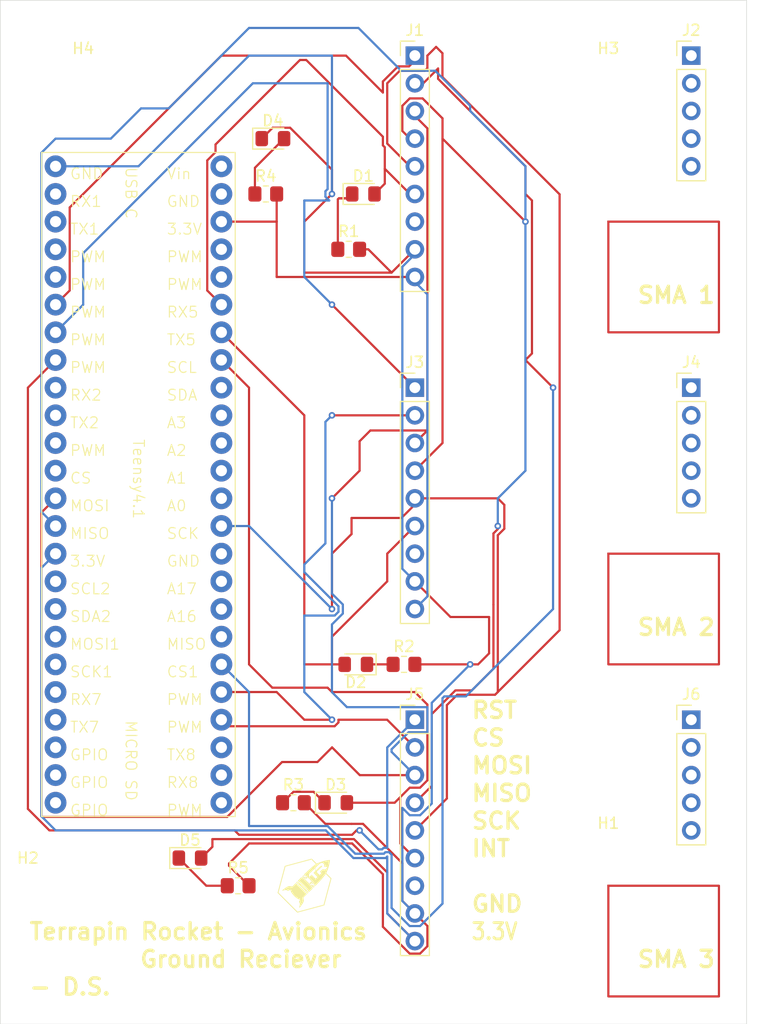
<source format=kicad_pcb>
(kicad_pcb (version 20221018) (generator pcbnew)
  (layers (0 "F.Cu" signal) (31 "B.Cu" signal) (34 "B.Paste" user) (35 "F.Paste" user) (36 "B.SilkS" user "B.Silkscreen") (37 "F.SilkS" user "F.Silkscreen") (38 "B.Mask" user) (39 "F.Mask" user) (44 "Edge.Cuts" user))
  (net 0 "")
  (net 1 "/RST1")
  (net 2 "/CS1")
  (net 3 "/MOSI")
  (net 4 "/MISO")
  (net 5 "/SCK")
  (net 6 "/INT1")
  (net 8 "/GND")
  (net 9 "/3.3V A")
  (net 19 "/RST2")
  (net 20 "/CS2")
  (net 21 "/INT2")
  (net 26 "/RST3")
  (net 27 "/CS3")
  (net 28 "/3.3V B")
  (net 41 "/INT3")
  (net 67 "Net-(D1-K)")
  (net 68 "Net-(D2-K)")
  (net 69 "Net-(D3-K)")
  (net 70 "Net-(D4-A)")
  (net 71 "Net-(D5-K)")
  (footprint "Connector_PinHeader_2.54mm:PinHeader_1x09_P2.54mm_Vertical" (layer "F.Cu") (at 151.19 85.09)
    (fp_text reference "J3" (at 0 -2.33) (layer "F.SilkS"))
    (fp_text value "Conn_01x09_Pin")
    (pad "1" thru_hole rect (at 0 0) (size 1.7 1.7) (drill 1) (layers "*.Cu" "*.Mask") (net 19 "/RST2"))
    (pad "2" thru_hole oval (at 0 2.54) (size 1.7 1.7) (drill 1) (layers "*.Cu" "*.Mask") (net 20 "/CS2"))
    (pad "3" thru_hole oval (at 0 5.08) (size 1.7 1.7) (drill 1) (layers "*.Cu" "*.Mask") (net 3 "/MOSI"))
    (pad "4" thru_hole oval (at 0 7.62) (size 1.7 1.7) (drill 1) (layers "*.Cu" "*.Mask") (net 4 "/MISO"))
    (pad "5" thru_hole oval (at 0 10.16) (size 1.7 1.7) (drill 1) (layers "*.Cu" "*.Mask") (net 5 "/SCK"))
    (pad "6" thru_hole oval (at 0 12.7) (size 1.7 1.7) (drill 1) (layers "*.Cu" "*.Mask") (net 21 "/INT2"))
    (pad "7" thru_hole oval (at 0 15.24) (size 1.7 1.7) (drill 1) (layers "*.Cu" "*.Mask"))
    (pad "8" thru_hole oval (at 0 17.78) (size 1.7 1.7) (drill 1) (layers "*.Cu" "*.Mask") (net 8 "/GND"))
    (pad "9" thru_hole oval (at 0 20.32) (size 1.7 1.7) (drill 1) (layers "*.Cu" "*.Mask") (net 9 "/3.3V A"))
  )
  (footprint "Resistor_SMD:R_0805_2012Metric_Pad1.20x1.40mm_HandSolder" (layer "F.Cu") (at 150.19 110.49)
    (fp_text reference "R2" (at 0 -1.65) (layer "F.SilkS"))
    (fp_text value "1000")
    (pad "1" smd roundrect (at -1 0) (size 1.2 1.4) (layers "F.Cu" "F.Paste" "F.Mask") (roundrect_rratio 0.208333) (net 68 "Net-(D2-K)"))
    (pad "2" smd roundrect (at 1 0) (size 1.2 1.4) (layers "F.Cu" "F.Paste" "F.Mask") (roundrect_rratio 0.208333) (net 8 "/GND"))
  )
  (footprint "MountingHole:MountingHole_2.1mm" (layer "F.Cu") (at 168.97 128.27)
    (fp_text reference "H1" (at 0 -3.2) (layer "F.SilkS"))
    (fp_text value "MountingHole")
    (pad "" np_thru_hole circle (at 0 0) (size 2.1 2.1) (drill 2.1) (layers "*.Cu" "*.Mask"))
  )
  (footprint "Resistor_SMD:R_0805_2012Metric_Pad1.20x1.40mm_HandSolder" (layer "F.Cu") (at 137.49 67.31)
    (fp_text reference "R4" (at 0 -1.65) (layer "F.SilkS"))
    (fp_text value "1000")
    (pad "1" smd roundrect (at -1 0) (size 1.2 1.4) (layers "F.Cu" "F.Paste" "F.Mask") (roundrect_rratio 0.208333) (net 70 "Net-(D4-A)"))
    (pad "2" smd roundrect (at 1 0) (size 1.2 1.4) (layers "F.Cu" "F.Paste" "F.Mask") (roundrect_rratio 0.208333) (net 9 "/3.3V A"))
  )
  (footprint "MountingHole:MountingHole_2.1mm" (layer "F.Cu") (at 120.71 57.15)
    (fp_text reference "H4" (at 0 -3.2) (layer "F.SilkS"))
    (fp_text value "MountingHole")
    (pad "" np_thru_hole circle (at 0 0) (size 2.1 2.1) (drill 2.1) (layers "*.Cu" "*.Mask"))
  )
  (footprint "Connector_PinHeader_2.54mm:PinHeader_1x05_P2.54mm_Vertical" (layer "F.Cu") (at 176.59 54.61)
    (fp_text reference "J2" (at 0 -2.33) (layer "F.SilkS"))
    (fp_text value "Conn_01x05_Pin")
    (pad "1" thru_hole rect (at 0 0) (size 1.7 1.7) (drill 1) (layers "*.Cu" "*.Mask"))
    (pad "2" thru_hole oval (at 0 2.54) (size 1.7 1.7) (drill 1) (layers "*.Cu" "*.Mask"))
    (pad "3" thru_hole oval (at 0 5.08) (size 1.7 1.7) (drill 1) (layers "*.Cu" "*.Mask"))
    (pad "4" thru_hole oval (at 0 7.62) (size 1.7 1.7) (drill 1) (layers "*.Cu" "*.Mask"))
    (pad "5" thru_hole oval (at 0 10.16) (size 1.7 1.7) (drill 1) (layers "*.Cu" "*.Mask"))
  )
  (footprint "Breakout Boards:Teensy_4.1" (layer "F.Cu") (at 125.79 93.98)
    (fp_text reference "Teensy4.1" (at 0 -0.5 -90 unlocked) (layer "F.SilkS") (effects (font (thickness 0.1))))
    (fp_text value "~")
    (fp_text user "A0" (at 2.54 2.54 unlocked) (layer "F.SilkS") (effects (font (thickness 0.1)) (justify left bottom)))
    (fp_text user "PWM" (at 2.54 -20.32 unlocked) (layer "F.SilkS") (effects (font (thickness 0.1)) (justify left bottom)))
    (fp_text user "SCL" (at 2.54 -10.16 unlocked) (layer "F.SilkS") (effects (font (thickness 0.1)) (justify left bottom)))
    (fp_text user "RX1" (at -6.35 -25.4 unlocked) (layer "F.SilkS") (effects (font (thickness 0.1)) (justify left bottom)))
    (fp_text user "TX7" (at -6.35 22.86 unlocked) (layer "F.SilkS") (effects (font (thickness 0.1)) (justify left bottom)))
    (fp_text user "PWM" (at 2.54 22.86 unlocked) (layer "F.SilkS") (effects (font (thickness 0.1)) (justify left bottom)))
    (fp_text user "A1" (at 2.54 0 unlocked) (layer "F.SilkS") (effects (font (thickness 0.1)) (justify left bottom)))
    (fp_text user "GPIO" (at -6.35 30.48 unlocked) (layer "F.SilkS") (effects (font (thickness 0.1)) (justify left bottom)))
    (fp_text user "GPIO" (at -6.35 27.94 unlocked) (layer "F.SilkS") (effects (font (thickness 0.1)) (justify left bottom)))
    (fp_text user "MICRO SD" (at -1.27 21.59 -90 unlocked) (layer "F.SilkS") (effects (font (thickness 0.1)) (justify left bottom)))
    (fp_text user "A17" (at 2.54 10.16 unlocked) (layer "F.SilkS") (effects (font (thickness 0.1)) (justify left bottom)))
    (fp_text user "3.3V" (at 2.54 -22.86 unlocked) (layer "F.SilkS") (effects (font (thickness 0.1)) (justify left bottom)))
    (fp_text user "PWM" (at -6.35 -15.24 unlocked) (layer "F.SilkS") (effects (font (thickness 0.1)) (justify left bottom)))
    (fp_text user "MISO" (at -6.35 5.08 unlocked) (layer "F.SilkS") (effects (font (thickness 0.1)) (justify left bottom)))
    (fp_text user "GND" (at 2.54 7.62 unlocked) (layer "F.SilkS") (effects (font (thickness 0.1)) (justify left bottom)))
    (fp_text user "RX7" (at -6.35 20.32 unlocked) (layer "F.SilkS") (effects (font (thickness 0.1)) (justify left bottom)))
    (fp_text user "PWM" (at 2.54 30.48 unlocked) (layer "F.SilkS") (effects (font (thickness 0.1)) (justify left bottom)))
    (fp_text user "A16" (at 2.54 12.7 unlocked) (layer "F.SilkS") (effects (font (thickness 0.1)) (justify left bottom)))
    (fp_text user "SDA" (at 2.54 -7.62 unlocked) (layer "F.SilkS") (effects (font (thickness 0.1)) (justify left bottom)))
    (fp_text user "PWM" (at 2.54 20.32 unlocked) (layer "F.SilkS") (effects (font (thickness 0.1)) (justify left bottom)))
    (fp_text user "PWM" (at -6.35 -12.7 unlocked) (layer "F.SilkS") (effects (font (thickness 0.1)) (justify left bottom)))
    (fp_text user "Vin" (at 2.54 -27.94 unlocked) (layer "F.SilkS") (effects (font (thickness 0.1)) (justify left bottom)))
    (fp_text user "RX8" (at 2.54 27.94 unlocked) (layer "F.SilkS") (effects (font (thickness 0.1)) (justify left bottom)))
    (fp_text user "GPIO" (at -6.35 25.4 unlocked) (layer "F.SilkS") (effects (font (thickness 0.1)) (justify left bottom)))
    (fp_text user "MOSI1" (at -6.35 15.24 unlocked) (layer "F.SilkS") (effects (font (thickness 0.1)) (justify left bottom)))
    (fp_text user "PWM" (at 2.54 -17.78 unlocked) (layer "F.SilkS") (effects (font (thickness 0.1)) (justify left bottom)))
    (fp_text user "MISO" (at 2.54 15.24 unlocked) (layer "F.SilkS") (effects (font (thickness 0.1)) (justify left bottom)))
    (fp_text user "TX8" (at 2.54 25.4 unlocked) (layer "F.SilkS") (effects (font (thickness 0.1)) (justify left bottom)))
    (fp_text user "PWM" (at -6.35 -10.16 unlocked) (layer "F.SilkS") (effects (font (thickness 0.1)) (justify left bottom)))
    (fp_text user "TX1" (at -6.35 -22.86 unlocked) (layer "F.SilkS") (effects (font (thickness 0.1)) (justify left bottom)))
    (fp_text user "SDA2" (at -6.35 12.7 unlocked) (layer "F.SilkS") (effects (font (thickness 0.1)) (justify left bottom)))
    (fp_text user "TX5" (at 2.54 -12.7 unlocked) (layer "F.SilkS") (effects (font (thickness 0.1)) (justify left bottom)))
    (fp_text user "USB C" (at -1.27 -29.21 -90 unlocked) (layer "F.SilkS") (effects (font (thickness 0.1)) (justify left bottom)))
    (fp_text user "PWM" (at -6.35 -20.32 unlocked) (layer "F.SilkS") (effects (font (thickness 0.1)) (justify left bottom)))
    (fp_text user "CS1" (at 2.54 17.78 unlocked) (layer "F.SilkS") (effects (font (thickness 0.1)) (justify left bottom)))
    (fp_text user "PWM" (at -6.35 -2.54 unlocked) (layer "F.SilkS") (effects (font (thickness 0.1)) (justify left bottom)))
    (fp_text user "A2" (at 2.54 -2.54 unlocked) (layer "F.SilkS") (effects (font (thickness 0.1)) (justify left bottom)))
    (fp_text user "SCK1" (at -6.35 17.78 unlocked) (layer "F.SilkS") (effects (font (thickness 0.1)) (justify left bottom)))
    (fp_text user "TX2" (at -6.35 -5.08 unlocked) (layer "F.SilkS") (effects (font (thickness 0.1)) (justify left bottom)))
    (fp_text user "A3" (at 2.54 -5.08 unlocked) (layer "F.SilkS") (effects (font (thickness 0.1)) (justify left bottom)))
    (fp_text user "RX2" (at -6.35 -7.62 unlocked) (layer "F.SilkS") (effects (font (thickness 0.1)) (justify left bottom)))
    (fp_text user "PWM" (at -6.35 -17.78 unlocked) (layer "F.SilkS") (effects (font (thickness 0.1)) (justify left bottom)))
    (fp_text user "SCL2" (at -6.35 10.16 unlocked) (layer "F.SilkS") (effects (font (thickness 0.1)) (justify left bottom)))
    (fp_text user "RX5" (at 2.54 -15.24 unlocked) (layer "F.SilkS") (effects (font (thickness 0.1)) (justify left bottom)))
    (fp_text user "GND" (at 2.54 -25.4 unlocked) (layer "F.SilkS") (effects (font (thickness 0.1)) (justify left bottom)))
    (fp_text user "GND" (at -6.35 -27.94 unlocked) (layer "F.SilkS") (effects (font (thickness 0.1)) (justify left bottom)))
    (fp_text user "SCK" (at 2.54 5.08 unlocked) (layer "F.SilkS") (effects (font (thickness 0.1)) (justify left bottom)))
    (fp_text user "CS" (at -6.35 0 unlocked) (layer "F.SilkS") (effects (font (thickness 0.1)) (justify left bottom)))
    (fp_text user "MOSI" (at -6.35 2.54 unlocked) (layer "F.SilkS") (effects (font (thickness 0.1)) (justify left bottom)))
    (fp_text user "3.3V" (at -6.35 7.62 unlocked) (layer "F.SilkS") (effects (font (thickness 0.1)) (justify left bottom)))
    (pad "0" thru_hole circle (at -7.62 -29.21) (size 2 2) (drill 1.02) (layers "*.Cu" "*.Mask") (net 8 "/GND"))
    (pad "1" thru_hole circle (at -7.62 -26.67) (size 2 2) (drill 1.02) (layers "*.Cu" "*.Mask"))
    (pad "2" thru_hole circle (at -7.62 -24.13) (size 2 2) (drill 1.02) (layers "*.Cu" "*.Mask"))
    (pad "3" thru_hole circle (at -7.62 -21.59) (size 2 2) (drill 1.02) (layers "*.Cu" "*.Mask"))
    (pad "4" thru_hole circle (at -7.62 -19.05) (size 2 2) (drill 1.02) (layers "*.Cu" "*.Mask"))
    (pad "5" thru_hole circle (at -7.62 -16.51) (size 2 2) (drill 1.02) (layers "*.Cu" "*.Mask") (net 1 "/RST1"))
    (pad "6" thru_hole circle (at -7.62 -13.97) (size 2 2) (drill 1.02) (layers "*.Cu" "*.Mask") (net 19 "/RST2"))
    (pad "7" thru_hole circle (at -7.62 -11.43) (size 2 2) (drill 1.02) (layers "*.Cu" "*.Mask") (net 26 "/RST3"))
    (pad "8" thru_hole circle (at -7.62 -8.89) (size 2 2) (drill 1.02) (layers "*.Cu" "*.Mask"))
    (pad "9" thru_hole circle (at -7.62 -6.35) (size 2 2) (drill 1.02) (layers "*.Cu" "*.Mask"))
    (pad "10" thru_hole circle (at -7.62 -3.81) (size 2 2) (drill 1.02) (layers "*.Cu" "*.Mask"))
    (pad "11" thru_hole circle (at -7.62 -1.27) (size 2 2) (drill 1.02) (layers "*.Cu" "*.Mask"))
    (pad "12" thru_hole circle (at -7.62 1.27) (size 2 2) (drill 1.02) (layers "*.Cu" "*.Mask") (net 3 "/MOSI"))
    (pad "13" thru_hole circle (at -7.62 3.81) (size 2 2) (drill 1.02) (layers "*.Cu" "*.Mask") (net 4 "/MISO"))
    (pad "14" thru_hole circle (at -7.62 6.35) (size 2 2) (drill 1.02) (layers "*.Cu" "*.Mask") (net 28 "/3.3V B"))
    (pad "15" thru_hole circle (at -7.62 8.89) (size 2 2) (drill 1.02) (layers "*.Cu" "*.Mask"))
    (pad "16" thru_hole circle (at -7.62 11.43) (size 2 2) (drill 1.02) (layers "*.Cu" "*.Mask"))
    (pad "17" thru_hole circle (at -7.62 13.97) (size 2 2) (drill 1.02) (layers "*.Cu" "*.Mask"))
    (pad "18" thru_hole circle (at -7.62 16.51) (size 2 2) (drill 1.02) (layers "*.Cu" "*.Mask"))
    (pad "19" thru_hole circle (at -7.62 19.05) (size 2 2) (drill 1.02) (layers "*.Cu" "*.Mask"))
    (pad "20" thru_hole circle (at -7.62 21.59) (size 2 2) (drill 1.02) (layers "*.Cu" "*.Mask"))
    (pad "21" thru_hole circle (at -7.62 24.13) (size 2 2) (drill 1.02) (layers "*.Cu" "*.Mask"))
    (pad "22" thru_hole circle (at -7.62 26.67) (size 2 2) (drill 1.02) (layers "*.Cu" "*.Mask"))
    (pad "23" thru_hole circle (at -7.62 29.21) (size 2 2) (drill 1.02) (layers "*.Cu" "*.Mask"))
    (pad "24" thru_hole circle (at 7.62 29.21) (size 2 2) (drill 1.02) (layers "*.Cu" "*.Mask"))
    (pad "25" thru_hole circle (at 7.62 26.67) (size 2 2) (drill 1.02) (layers "*.Cu" "*.Mask"))
    (pad "26" thru_hole circle (at 7.62 24.13) (size 2 2) (drill 1.02) (layers "*.Cu" "*.Mask"))
    (pad "27" thru_hole circle (at 7.62 21.59) (size 2 2) (drill 1.02) (layers "*.Cu" "*.Mask") (net 27 "/CS3"))
    (pad "28" thru_hole circle (at 7.62 19.05) (size 2 2) (drill 1.02) (layers "*.Cu" "*.Mask") (net 20 "/CS2"))
    (pad "29" thru_hole circle (at 7.62 16.51) (size 2 2) (drill 1.02) (layers "*.Cu" "*.Mask") (net 2 "/CS1"))
    (pad "30" thru_hole circle (at 7.62 13.97) (size 2 2) (drill 1.02) (layers "*.Cu" "*.Mask"))
    (pad "31" thru_hole circle (at 7.62 11.43) (size 2 2) (drill 1.02) (layers "*.Cu" "*.Mask"))
    (pad "32" thru_hole circle (at 7.62 8.89) (size 2 2) (drill 1.02) (layers "*.Cu" "*.Mask"))
    (pad "33" thru_hole circle (at 7.62 6.35) (size 2 2) (drill 1.02) (layers "*.Cu" "*.Mask"))
    (pad "34" thru_hole circle (at 7.62 3.81) (size 2 2) (drill 1.02) (layers "*.Cu" "*.Mask") (net 5 "/SCK"))
    (pad "35" thru_hole circle (at 7.62 1.27) (size 2 2) (drill 1.02) (layers "*.Cu" "*.Mask"))
    (pad "36" thru_hole circle (at 7.62 -1.27) (size 2 2) (drill 1.02) (layers "*.Cu" "*.Mask"))
    (pad "37" thru_hole circle (at 7.62 -3.81) (size 2 2) (drill 1.02) (layers "*.Cu" "*.Mask"))
    (pad "38" thru_hole circle (at 7.62 -6.35) (size 2 2) (drill 1.02) (layers "*.Cu" "*.Mask"))
    (pad "39" thru_hole circle (at 7.62 -8.89) (size 2 2) (drill 1.02) (layers "*.Cu" "*.Mask"))
    (pad "40" thru_hole circle (at 7.62 -11.43) (size 2 2) (drill 1.02) (layers "*.Cu" "*.Mask") (net 41 "/INT3"))
    (pad "41" thru_hole circle (at 7.62 -13.97) (size 2 2) (drill 1.02) (layers "*.Cu" "*.Mask") (net 21 "/INT2"))
    (pad "42" thru_hole circle (at 7.62 -16.51) (size 2 2) (drill 1.02) (layers "*.Cu" "*.Mask") (net 6 "/INT1"))
    (pad "43" thru_hole circle (at 7.62 -19.05) (size 2 2) (drill 1.02) (layers "*.Cu" "*.Mask"))
    (pad "44" thru_hole circle (at 7.62 -21.59) (size 2 2) (drill 1.02) (layers "*.Cu" "*.Mask"))
    (pad "45" thru_hole circle (at 7.62 -24.13) (size 2 2) (drill 1.02) (layers "*.Cu" "*.Mask") (net 9 "/3.3V A"))
    (pad "46" thru_hole circle (at 7.62 -26.67) (size 2 2) (drill 1.02) (layers "*.Cu" "*.Mask"))
    (pad "47" thru_hole circle (at 7.62 -29.21) (size 2 2) (drill 1.02) (layers "*.Cu" "*.Mask"))
  )
  (footprint "Connector_PinHeader_2.54mm:PinHeader_1x09_P2.54mm_Vertical" (layer "F.Cu") (at 151.19 115.57)
    (fp_text reference "J5" (at 0 -2.33) (layer "F.SilkS"))
    (fp_text value "Conn_01x09_Pin")
    (pad "1" thru_hole rect (at 0 0) (size 1.7 1.7) (drill 1) (layers "*.Cu" "*.Mask") (net 26 "/RST3"))
    (pad "2" thru_hole oval (at 0 2.54) (size 1.7 1.7) (drill 1) (layers "*.Cu" "*.Mask") (net 27 "/CS3"))
    (pad "3" thru_hole oval (at 0 5.08) (size 1.7 1.7) (drill 1) (layers "*.Cu" "*.Mask") (net 3 "/MOSI"))
    (pad "4" thru_hole oval (at 0 7.62) (size 1.7 1.7) (drill 1) (layers "*.Cu" "*.Mask") (net 4 "/MISO"))
    (pad "5" thru_hole oval (at 0 10.16) (size 1.7 1.7) (drill 1) (layers "*.Cu" "*.Mask") (net 5 "/SCK"))
    (pad "6" thru_hole oval (at 0 12.7) (size 1.7 1.7) (drill 1) (layers "*.Cu" "*.Mask") (net 41 "/INT3"))
    (pad "7" thru_hole oval (at 0 15.24) (size 1.7 1.7) (drill 1) (layers "*.Cu" "*.Mask"))
    (pad "8" thru_hole oval (at 0 17.78) (size 1.7 1.7) (drill 1) (layers "*.Cu" "*.Mask") (net 8 "/GND"))
    (pad "9" thru_hole oval (at 0 20.32) (size 1.7 1.7) (drill 1) (layers "*.Cu" "*.Mask") (net 28 "/3.3V B"))
  )
  (footprint "LED_SMD:LED_0805_2012Metric_Pad1.15x1.40mm_HandSolder" (layer "F.Cu") (at 143.915 123.19)
    (fp_text reference "D3" (at 0 -1.65) (layer "F.SilkS"))
    (fp_text value "LED")
    (pad "1" smd roundrect (at -1.025 0) (size 1.15 1.4) (layers "F.Cu" "F.Paste" "F.Mask") (roundrect_rratio 0.217391) (net 69 "Net-(D3-K)"))
    (pad "2" smd roundrect (at 1.025 0) (size 1.15 1.4) (layers "F.Cu" "F.Paste" "F.Mask") (roundrect_rratio 0.217391) (net 41 "/INT3"))
  )
  (footprint "MountingHole:MountingHole_2.1mm" (layer "F.Cu") (at 168.97 57.15)
    (fp_text reference "H3" (at 0 -3.2) (layer "F.SilkS"))
    (fp_text value "MountingHole")
    (pad "" np_thru_hole circle (at 0 0) (size 2.1 2.1) (drill 2.1) (layers "*.Cu" "*.Mask"))
  )
  (footprint "LED_SMD:LED_0805_2012Metric_Pad1.15x1.40mm_HandSolder" (layer "F.Cu") (at 138.145 62.23)
    (fp_text reference "D4" (at 0 -1.65) (layer "F.SilkS"))
    (fp_text value "LED")
    (pad "1" smd roundrect (at -1.025 0) (size 1.15 1.4) (layers "F.Cu" "F.Paste" "F.Mask") (roundrect_rratio 0.217391) (net 8 "/GND"))
    (pad "2" smd roundrect (at 1.025 0) (size 1.15 1.4) (layers "F.Cu" "F.Paste" "F.Mask") (roundrect_rratio 0.217391) (net 70 "Net-(D4-A)"))
  )
  (footprint "Resistor_SMD:R_0805_2012Metric_Pad1.20x1.40mm_HandSolder" (layer "F.Cu") (at 140.03 123.19)
    (fp_text reference "R3" (at 0 -1.65) (layer "F.SilkS"))
    (fp_text value "1000")
    (pad "1" smd roundrect (at -1 0) (size 1.2 1.4) (layers "F.Cu" "F.Paste" "F.Mask") (roundrect_rratio 0.208333) (net 69 "Net-(D3-K)"))
    (pad "2" smd roundrect (at 1 0) (size 1.2 1.4) (layers "F.Cu" "F.Paste" "F.Mask") (roundrect_rratio 0.208333) (net 8 "/GND"))
  )
  (footprint "LED_SMD:LED_0805_2012Metric_Pad1.15x1.40mm_HandSolder" (layer "F.Cu") (at 145.765 110.49 180)
    (fp_text reference "D2" (at 0 -1.65 180) (layer "F.SilkS"))
    (fp_text value "LED")
    (pad "1" smd roundrect (at -1.025 0 180) (size 1.15 1.4) (layers "F.Cu" "F.Paste" "F.Mask") (roundrect_rratio 0.217391) (net 68 "Net-(D2-K)"))
    (pad "2" smd roundrect (at 1.025 0 180) (size 1.15 1.4) (layers "F.Cu" "F.Paste" "F.Mask") (roundrect_rratio 0.217391) (net 21 "/INT2"))
  )
  (footprint "LED_SMD:LED_0805_2012Metric_Pad1.15x1.40mm_HandSolder" (layer "F.Cu") (at 146.455 67.31)
    (fp_text reference "D1" (at 0 -1.65) (layer "F.SilkS"))
    (fp_text value "LED")
    (pad "1" smd roundrect (at -1.025 0) (size 1.15 1.4) (layers "F.Cu" "F.Paste" "F.Mask") (roundrect_rratio 0.217391) (net 67 "Net-(D1-K)"))
    (pad "2" smd roundrect (at 1.025 0) (size 1.15 1.4) (layers "F.Cu" "F.Paste" "F.Mask") (roundrect_rratio 0.217391) (net 6 "/INT1"))
  )
  (footprint "Resistor_SMD:R_0805_2012Metric_Pad1.20x1.40mm_HandSolder" (layer "F.Cu") (at 145.11 72.39)
    (fp_text reference "R1" (at 0 -1.65) (layer "F.SilkS"))
    (fp_text value "1000")
    (pad "1" smd roundrect (at -1 0) (size 1.2 1.4) (layers "F.Cu" "F.Paste" "F.Mask") (roundrect_rratio 0.208333) (net 67 "Net-(D1-K)"))
    (pad "2" smd roundrect (at 1 0) (size 1.2 1.4) (layers "F.Cu" "F.Paste" "F.Mask") (roundrect_rratio 0.208333) (net 8 "/GND"))
  )
  (footprint "Resistor_SMD:R_0805_2012Metric_Pad1.20x1.40mm_HandSolder" (layer "F.Cu") (at 134.95 130.81)
    (fp_text reference "R5" (at 0 -1.65) (layer "F.SilkS"))
    (fp_text value "1000")
    (pad "1" smd roundrect (at -1 0) (size 1.2 1.4) (layers "F.Cu" "F.Paste" "F.Mask") (roundrect_rratio 0.208333) (net 71 "Net-(D5-K)"))
    (pad "2" smd roundrect (at 1 0) (size 1.2 1.4) (layers "F.Cu" "F.Paste" "F.Mask") (roundrect_rratio 0.208333) (net 8 "/GND"))
  )
  (footprint "Connector_PinHeader_2.54mm:PinHeader_1x05_P2.54mm_Vertical" (layer "F.Cu") (at 176.59 115.57)
    (fp_text reference "J6" (at 0 -2.33) (layer "F.SilkS"))
    (fp_text value "Conn_01x05_Pin")
    (pad "1" thru_hole rect (at 0 0) (size 1.7 1.7) (drill 1) (layers "*.Cu" "*.Mask"))
    (pad "2" thru_hole oval (at 0 2.54) (size 1.7 1.7) (drill 1) (layers "*.Cu" "*.Mask"))
    (pad "3" thru_hole oval (at 0 5.08) (size 1.7 1.7) (drill 1) (layers "*.Cu" "*.Mask"))
    (pad "4" thru_hole oval (at 0 7.62) (size 1.7 1.7) (drill 1) (layers "*.Cu" "*.Mask"))
    (pad "5" thru_hole oval (at 0 10.16) (size 1.7 1.7) (drill 1) (layers "*.Cu" "*.Mask"))
  )
  (footprint "MountingHole:MountingHole_2.1mm" (layer "F.Cu") (at 120.71 128.27)
    (fp_text reference "H2" (at -5.08 0) (layer "F.SilkS"))
    (fp_text value "MountingHole")
    (pad "" np_thru_hole circle (at 0 0) (size 2.1 2.1) (drill 2.1) (layers "*.Cu" "*.Mask"))
  )
  (footprint "Connector_PinHeader_2.54mm:PinHeader_1x05_P2.54mm_Vertical" (layer "F.Cu") (at 176.59 85.09)
    (fp_text reference "J4" (at 0 -2.33) (layer "F.SilkS"))
    (fp_text value "Conn_01x05_Pin")
    (pad "1" thru_hole rect (at 0 0) (size 1.7 1.7) (drill 1) (layers "*.Cu" "*.Mask"))
    (pad "2" thru_hole oval (at 0 2.54) (size 1.7 1.7) (drill 1) (layers "*.Cu" "*.Mask"))
    (pad "3" thru_hole oval (at 0 5.08) (size 1.7 1.7) (drill 1) (layers "*.Cu" "*.Mask"))
    (pad "4" thru_hole oval (at 0 7.62) (size 1.7 1.7) (drill 1) (layers "*.Cu" "*.Mask"))
    (pad "5" thru_hole oval (at 0 10.16) (size 1.7 1.7) (drill 1) (layers "*.Cu" "*.Mask"))
  )
  (footprint "Connector_PinHeader_2.54mm:PinHeader_1x09_P2.54mm_Vertical" (layer "F.Cu") (at 151.19 54.61)
    (fp_text reference "J1" (at 0 -2.33) (layer "F.SilkS"))
    (fp_text value "Conn_01x09_Pin")
    (pad "1" thru_hole rect (at 0 0) (size 1.7 1.7) (drill 1) (layers "*.Cu" "*.Mask") (net 1 "/RST1"))
    (pad "2" thru_hole oval (at 0 2.54) (size 1.7 1.7) (drill 1) (layers "*.Cu" "*.Mask") (net 2 "/CS1"))
    (pad "3" thru_hole oval (at 0 5.08) (size 1.7 1.7) (drill 1) (layers "*.Cu" "*.Mask") (net 3 "/MOSI"))
    (pad "4" thru_hole oval (at 0 7.62) (size 1.7 1.7) (drill 1) (layers "*.Cu" "*.Mask") (net 4 "/MISO"))
    (pad "5" thru_hole oval (at 0 10.16) (size 1.7 1.7) (drill 1) (layers "*.Cu" "*.Mask") (net 5 "/SCK"))
    (pad "6" thru_hole oval (at 0 12.7) (size 1.7 1.7) (drill 1) (layers "*.Cu" "*.Mask") (net 6 "/INT1"))
    (pad "7" thru_hole oval (at 0 15.24) (size 1.7 1.7) (drill 1) (layers "*.Cu" "*.Mask"))
    (pad "8" thru_hole oval (at 0 17.78) (size 1.7 1.7) (drill 1) (layers "*.Cu" "*.Mask") (net 8 "/GND"))
    (pad "9" thru_hole oval (at 0 20.32) (size 1.7 1.7) (drill 1) (layers "*.Cu" "*.Mask") (net 9 "/3.3V A"))
  )
  (footprint "LOGO" (layer "F.Cu") (at 141.03 130.81)
    (fp_text reference "G***" hide)
    (fp_text value "LOGO" hide)
  )
  (footprint "LED_SMD:LED_0805_2012Metric_Pad1.15x1.40mm_HandSolder" (layer "F.Cu") (at 130.525 128.27)
    (fp_text reference "D5" (at 0 -1.65) (layer "F.SilkS"))
    (fp_text value "LED")
    (pad "1" smd roundrect (at -1.025 0) (size 1.15 1.4) (layers "F.Cu" "F.Paste" "F.Mask") (roundrect_rratio 0.217391) (net 71 "Net-(D5-K)"))
    (pad "2" smd roundrect (at 1.025 0) (size 1.15 1.4) (layers "F.Cu" "F.Paste" "F.Mask") (roundrect_rratio 0.217391) (net 28 "/3.3V B"))
  )
  (gr_rect (start 168.97 100.33) (end 179.13 110.49) (stroke (width 0.2)) (fill none) (layer "F.Cu"))
  (gr_rect (start 168.97 130.81) (end 179.13 140.97) (stroke (width 0.2)) (fill none) (layer "F.Cu"))
  (gr_rect (start 168.97 69.85) (end 179.13 80.01) (stroke (width 0.2)) (fill none) (layer "F.Cu"))
  (gr_rect (start 113.09 49.53) (end 181.67 143.51) (stroke (width 0.05)) (fill none) (layer "Edge.Cuts"))
  (gr_text "GND" (at 156.27 133.35) (layer "F.SilkS") (effects (font (size 1.5 1.5) (thickness 0.3) bold) (justify left bottom)))
  (gr_text "Ground Reciever" (at 125.79 138.43) (layer "F.SilkS") (effects (font (size 1.5 1.5) (thickness 0.3) bold) (justify left bottom)))
  (gr_text "MOSI" (at 156.27 120.65) (layer "F.SilkS") (effects (font (size 1.5 1.5) (thickness 0.3) bold) (justify left bottom)))
  (gr_text "- D.S." (at 115.63 140.97) (layer "F.SilkS") (effects (font (size 1.5 1.5) (thickness 0.3) bold) (justify left bottom)))
  (gr_text "MISO" (at 156.27 123.19) (layer "F.SilkS") (effects (font (size 1.5 1.5) (thickness 0.3) bold) (justify left bottom)))
  (gr_text "SMA 2" (at 171.51 107.95) (layer "F.SilkS") (effects (font (size 1.5 1.5) (thickness 0.3) bold) (justify left bottom)))
  (gr_text "RST" (at 156.27 115.57) (layer "F.SilkS") (effects (font (size 1.5 1.5) (thickness 0.3) bold) (justify left bottom)))
  (gr_text "SCK" (at 156.27 125.73) (layer "F.SilkS") (effects (font (size 1.5 1.5) (thickness 0.3) bold) (justify left bottom)))
  (gr_text "Terrapin Rocket - Avionics" (at 115.63 135.89) (layer "F.SilkS") (effects (font (size 1.5 1.5) (thickness 0.3) bold) (justify left bottom)))
  (gr_text "3.3V" (at 156.27 135.89) (layer "F.SilkS") (effects (font (size 1.5 1.284) (thickness 0.254206) bold) (justify left bottom)))
  (gr_text "INT" (at 156.27 128.27) (layer "F.SilkS") (effects (font (size 1.5 1.5) (thickness 0.3) bold) (justify left bottom)))
  (gr_text "SMA 1" (at 171.51 77.47) (layer "F.SilkS") (effects (font (size 1.5 1.5) (thickness 0.3) bold) (justify left bottom)))
  (gr_text "CS" (at 156.27 118.11) (layer "F.SilkS") (effects (font (size 1.5 1.5) (thickness 0.3) bold) (justify left bottom)))
  (gr_text "SMA 3" (at 171.51 138.43) (layer "F.SilkS") (effects (font (size 1.5 1.5) (thickness 0.3) bold) (justify left bottom)))
  (segment (start 119.47 68.55) (end 119.47 76.17) (width 0.2) (layer "F.Cu") (net 1))
  (segment (start 119.47 76.17) (end 118.17 77.47) (width 0.2) (layer "F.Cu") (net 1))
  (segment (start 144.86 54.61) (end 133.41 54.61) (width 0.2) (layer "F.Cu") (net 1))
  (segment (start 133.41 54.61) (end 119.47 68.55) (width 0.2) (layer "F.Cu") (net 1))
  (segment (start 149.634314 55.6) (end 148.25 56.984314) (width 0.2) (layer "F.Cu") (net 1))
  (segment (start 150.65 55.6) (end 149.634314 55.6) (width 0.2) (layer "F.Cu") (net 1))
  (segment (start 151.19 55.06) (end 150.65 55.6) (width 0.2) (layer "F.Cu") (net 1))
  (segment (start 148.25 58) (end 144.86 54.61) (width 0.2) (layer "F.Cu") (net 1))
  (segment (start 148.25 56.984314) (end 148.25 58) (width 0.2) (layer "F.Cu") (net 1))
  (segment (start 153.324314 55.791371) (end 151.515685 57.6) (width 0.2) (layer "F.Cu") (net 2))
  (segment (start 161.35 82.55) (end 161.95 81.95) (width 0.2) (layer "F.Cu") (net 2))
  (segment (start 161.95 81.95) (end 161.95 67.91) (width 0.2) (layer "F.Cu") (net 2))
  (segment (start 163.89 85.09) (end 161.35 82.55) (width 0.2) (layer "F.Cu") (net 2))
  (segment (start 161.35 64.77) (end 153.324314 56.744314) (width 0.2) (layer "F.Cu") (net 2))
  (segment (start 153.324314 56.744314) (end 153.324314 55.791371) (width 0.2) (layer "F.Cu") (net 2))
  (segment (start 161.35 67.31) (end 161.35 64.77) (width 0.2) (layer "F.Cu") (net 2))
  (segment (start 161.95 67.91) (end 161.35 67.31) (width 0.2) (layer "F.Cu") (net 2))
  (segment (start 151.515685 57.6) (end 151.19 57.6) (width 0.2) (layer "F.Cu") (net 2))
  (via (at 163.89 85.09) (size 0.6) (drill 0.3) (layers "F.Cu" "B.Cu") (net 2))
  (segment (start 163.89 105.41) (end 155.87 113.43) (width 0.2) (layer "B.Cu") (net 2))
  (segment (start 155.87 113.43) (end 153.895686 113.43) (width 0.2) (layer "B.Cu") (net 2))
  (segment (start 148.344313 127.87) (end 145.710001 127.87) (width 0.2) (layer "B.Cu") (net 2))
  (segment (start 153.895686 113.43) (end 153.73 113.595686) (width 0.2) (layer "B.Cu") (net 2))
  (segment (start 153.73 132.446346) (end 151.666346 134.51) (width 0.2) (layer "B.Cu") (net 2))
  (segment (start 149.05 127.964314) (end 148.815685 127.73) (width 0.2) (layer "B.Cu") (net 2))
  (segment (start 135.95 113.03) (end 133.41 110.49) (width 0.2) (layer "B.Cu") (net 2))
  (segment (start 135.95 125.33) (end 135.95 113.03) (width 0.2) (layer "B.Cu") (net 2))
  (segment (start 148.815685 127.73) (end 148.484314 127.73) (width 0.2) (layer "B.Cu") (net 2))
  (segment (start 149.05 132.846346) (end 149.05 127.964314) (width 0.2) (layer "B.Cu") (net 2))
  (segment (start 151.666346 134.51) (end 150.713654 134.51) (width 0.2) (layer "B.Cu") (net 2))
  (segment (start 153.73 113.595686) (end 153.73 132.446346) (width 0.2) (layer "B.Cu") (net 2))
  (segment (start 163.89 85.09) (end 163.89 105.41) (width 0.2) (layer "B.Cu") (net 2))
  (segment (start 148.484314 127.73) (end 148.344313 127.87) (width 0.2) (layer "B.Cu") (net 2))
  (segment (start 145.710001 127.87) (end 143.17 125.33) (width 0.2) (layer "B.Cu") (net 2))
  (segment (start 143.17 125.33) (end 135.95 125.33) (width 0.2) (layer "B.Cu") (net 2))
  (segment (start 150.713654 134.51) (end 149.05 132.846346) (width 0.2) (layer "B.Cu") (net 2))
  (segment (start 146.11 90.01) (end 147.1 89.02) (width 0.2) (layer "F.Cu") (net 3))
  (segment (start 151.19 120.66) (end 146.13 120.66) (width 0.2) (layer "F.Cu") (net 3))
  (segment (start 116.93 124.49) (end 116.87 124.43) (width 0.2) (layer "F.Cu") (net 3))
  (segment (start 116.87 124.43) (end 116.87 96.55) (width 0.2) (layer "F.Cu") (net 3))
  (segment (start 133.948478 124.49) (end 116.93 124.49) (width 0.2) (layer "F.Cu") (net 3))
  (segment (start 147.1 89.02) (end 152.34 89.02) (width 0.2) (layer "F.Cu") (net 3))
  (segment (start 152.34 61.29) (end 152.34 89.02) (width 0.2) (layer "F.Cu") (net 3))
  (segment (start 142.236496 119.453504) (end 138.984974 119.453504) (width 0.2) (layer "F.Cu") (net 3))
  (segment (start 152.34 89.02) (end 151.19 90.17) (width 0.2) (layer "F.Cu") (net 3))
  (segment (start 143.58 118.11) (end 142.236496 119.453504) (width 0.2) (layer "F.Cu") (net 3))
  (segment (start 146.11 92.71) (end 146.11 90.01) (width 0.2) (layer "F.Cu") (net 3))
  (segment (start 151.19 60.14) (end 152.34 61.29) (width 0.2) (layer "F.Cu") (net 3))
  (segment (start 146.13 120.66) (end 143.58 118.11) (width 0.2) (layer "F.Cu") (net 3))
  (segment (start 143.57 95.25) (end 146.11 92.71) (width 0.2) (layer "F.Cu") (net 3))
  (segment (start 138.984974 119.453504) (end 133.948478 124.49) (width 0.2) (layer "F.Cu") (net 3))
  (segment (start 116.87 96.55) (end 118.17 95.25) (width 0.2) (layer "F.Cu") (net 3))
  (via (at 143.57 95.25) (size 0.6) (drill 0.3) (layers "F.Cu" "B.Cu") (net 3))
  (segment (start 152.34 116.72) (end 150.615686 116.72) (width 0.2) (layer "B.Cu") (net 3))
  (segment (start 143.57 113.04) (end 144.95 114.42) (width 0.2) (layer "B.Cu") (net 3))
  (segment (start 143.57 95.25) (end 143.57 103.995785) (width 0.2) (layer "B.Cu") (net 3))
  (segment (start 143.57 103.995785) (end 144.57 104.995786) (width 0.2) (layer "B.Cu") (net 3))
  (segment (start 152.34 114.42) (end 152.34 116.72) (width 0.2) (layer "B.Cu") (net 3))
  (segment (start 150.615686 116.72) (end 149.05 118.285686) (width 0.2) (layer "B.Cu") (net 3))
  (segment (start 144.57 105.824215) (end 143.57 106.824215) (width 0.2) (layer "B.Cu") (net 3))
  (segment (start 144.95 114.42) (end 152.34 114.42) (width 0.2) (layer "B.Cu") (net 3))
  (segment (start 149.05 118.52) (end 151.19 120.66) (width 0.2) (layer "B.Cu") (net 3))
  (segment (start 149.05 118.285686) (end 149.05 118.52) (width 0.2) (layer "B.Cu") (net 3))
  (segment (start 144.57 104.995786) (end 144.57 105.824215) (width 0.2) (layer "B.Cu") (net 3))
  (segment (start 143.57 106.824215) (end 143.57 113.04) (width 0.2) (layer "B.Cu") (net 3))
  (segment (start 151.898173 58.54) (end 153.73 60.371827) (width 0.2) (layer "F.Cu") (net 4))
  (segment (start 153.73 62.23) (end 153.73 90.17) (width 0.2) (layer "F.Cu") (net 4))
  (segment (start 158.81 98.072843) (end 158.41 98.472843) (width 0.2) (layer "F.Cu") (net 4))
  (segment (start 158.41 98.472843) (end 158.41 105.01) (width 0.2) (layer "F.Cu") (net 4))
  (segment (start 154.915786 112.878529) (end 156.421471 112.878529) (width 0.2) (layer "F.Cu") (net 4))
  (segment (start 151.19 62.68) (end 150.04 61.53) (width 0.2) (layer "F.Cu") (net 4))
  (segment (start 158.81 97.79) (end 158.81 98.072843) (width 0.2) (layer "F.Cu") (net 4))
  (segment (start 150.04 61.53) (end 150.04 59.213654) (width 0.2) (layer "F.Cu") (net 4))
  (segment (start 156.421471 112.878529) (end 158.41 110.89) (width 0.2) (layer "F.Cu") (net 4))
  (segment (start 152.74 121.65) (end 151.19 123.2) (width 0.2) (layer "F.Cu") (net 4))
  (segment (start 153.73 90.17) (end 151.19 92.71) (width 0.2) (layer "F.Cu") (net 4))
  (segment (start 153.73 60.371827) (end 153.73 62.23) (width 0.2) (layer "F.Cu") (net 4))
  (segment (start 161.35 69.85) (end 153.73 62.23) (width 0.2) (layer "F.Cu") (net 4))
  (segment (start 152.74 115.054315) (end 154.915786 112.878529) (width 0.2) (layer "F.Cu") (net 4))
  (segment (start 150.713654 58.54) (end 151.898173 58.54) (width 0.2) (layer "F.Cu") (net 4))
  (segment (start 150.04 59.213654) (end 150.713654 58.54) (width 0.2) (layer "F.Cu") (net 4))
  (segment (start 158.41 110.89) (end 158.41 105.01) (width 0.2) (layer "F.Cu") (net 4))
  (segment (start 152.74 121.65) (end 152.74 115.054315) (width 0.2) (layer "F.Cu") (net 4))
  (via (at 161.35 69.85) (size 0.6) (drill 0.3) (layers "F.Cu" "B.Cu") (net 4))
  (via (at 158.81 97.79) (size 0.6) (drill 0.3) (layers "F.Cu" "B.Cu") (net 4))
  (segment (start 153.056346 56) (end 156.27 59.213654) (width 0.2) (layer "B.Cu") (net 4))
  (segment (start 161.35 92.71) (end 161.35 69.85) (width 0.2) (layer "B.Cu") (net 4))
  (segment (start 135.95 52.07) (end 146.005 52.07) (width 0.2) (layer "B.Cu") (net 4))
  (segment (start 126.024315 59.455685) (end 128.564315 59.455685) (width 0.2) (layer "B.Cu") (net 4))
  (segment (start 156.27 59.213654) (end 156.27 59.69) (width 0.2) (layer "B.Cu") (net 4))
  (segment (start 123.25 62.23) (end 126.024315 59.455685) (width 0.2) (layer "B.Cu") (net 4))
  (segment (start 158.81 95.25) (end 161.35 92.71) (width 0.2) (layer "B.Cu") (net 4))
  (segment (start 116.87 96.49) (end 116.87 63.53) (width 0.2) (layer "B.Cu") (net 4))
  (segment (start 161.35 64.77) (end 161.35 69.85) (width 0.2) (layer "B.Cu") (net 4))
  (segment (start 156.27 59.69) (end 161.35 64.77) (width 0.2) (layer "B.Cu") (net 4))
  (segment (start 118.17 97.79) (end 116.87 96.49) (width 0.2) (layer "B.Cu") (net 4))
  (segment (start 158.81 97.79) (end 158.81 95.25) (width 0.2) (layer "B.Cu") (net 4))
  (segment (start 149.935 56) (end 153.056346 56) (width 0.2) (layer "B.Cu") (net 4))
  (segment (start 128.564315 59.455685) (end 135.95 52.07) (width 0.2) (layer "B.Cu") (net 4))
  (segment (start 118.17 62.23) (end 123.25 62.23) (width 0.2) (layer "B.Cu") (net 4))
  (segment (start 116.87 63.53) (end 118.17 62.23) (width 0.2) (layer "B.Cu") (net 4))
  (segment (start 146.005 52.07) (end 149.935 56) (width 0.2) (layer "B.Cu") (net 4))
  (segment (start 153.724314 54.394314) (end 153.724314 56.578628) (width 0.2) (layer "F.Cu") (net 5))
  (segment (start 154.13 122.8) (end 151.19 125.74) (width 0.2) (layer "F.Cu") (net 5))
  (segment (start 159.41 98.038529) (end 159.41 95.85) (width 0.2) (layer "F.Cu") (net 5))
  (segment (start 158.81 113.03) (end 158.81 98.638529) (width 0.2) (layer "F.Cu") (net 5))
  (segment (start 154.13 114.23) (end 154.13 122.8) (width 0.2) (layer "F.Cu") (net 5))
  (segment (start 149.955355 97.05033) (end 151.19 95.815685) (width 0.2) (layer "F.Cu") (net 5))
  (segment (start 153.724314 56.578628) (end 164.49 67.344314) (width 0.2) (layer "F.Cu") (net 5))
  (segment (start 164.49 107.35) (end 158.81 113.03) (width 0.2) (layer "F.Cu") (net 5))
  (segment (start 145.37033 98.52967) (end 145.37033 97.05033) (width 0.2) (layer "F.Cu") (net 5))
  (segment (start 158.81 113.03) (end 158.561471 113.278529) (width 0.2) (layer "F.Cu") (net 5))
  (segment (start 158.81 98.638529) (end 159.41 98.038529) (width 0.2) (layer "F.Cu") (net 5))
  (segment (start 149.8 56) (end 152.1 56) (width 0.2) (layer "F.Cu") (net 5))
  (segment (start 151.19 95.815685) (end 151.19 95.25) (width 0.2) (layer "F.Cu") (net 5))
  (segment (start 159.41 95.85) (end 158.81 95.25) (width 0.2) (layer "F.Cu") (net 5))
  (segment (start 145.37033 97.05033) (end 149.955355 97.05033) (width 0.2) (layer "F.Cu") (net 5))
  (segment (start 152.34 55.76) (end 152.34 54.61) (width 0.2) (layer "F.Cu") (net 5))
  (segment (start 148.65 57.15) (end 149.8 56) (width 0.2) (layer "F.Cu") (net 5))
  (segment (start 152.34 54.61) (end 153.14 53.81) (width 0.2) (layer "F.Cu") (net 5))
  (segment (start 155.081471 113.278529) (end 154.13 114.23) (width 0.2) (layer "F.Cu") (net 5))
  (segment (start 143.57 105.41) (end 143.57 100.33) (width 0.2) (layer "F.Cu") (net 5))
  (segment (start 143.57 100.33) (end 145.37033 98.52967) (width 0.2) (layer "F.Cu") (net 5))
  (segment (start 158.81 95.25) (end 151.19 95.25) (width 0.2) (layer "F.Cu") (net 5))
  (segment (start 153.14 53.81) (end 153.724314 54.394314) (width 0.2) (layer "F.Cu") (net 5))
  (segment (start 158.561471 113.278529) (end 155.081471 113.278529) (width 0.2) (layer "F.Cu") (net 5))
  (segment (start 148.65 62.68) (end 148.65 57.15) (width 0.2) (layer "F.Cu") (net 5))
  (segment (start 151.19 65.22) (end 148.65 62.68) (width 0.2) (layer "F.Cu") (net 5))
  (segment (start 164.49 67.344314) (end 164.49 107.35) (width 0.2) (layer "F.Cu") (net 5))
  (segment (start 152.1 56) (end 152.34 55.76) (width 0.2) (layer "F.Cu") (net 5))
  (via (at 143.57 105.41) (size 0.6) (drill 0.3) (layers "F.Cu" "B.Cu") (net 5))
  (segment (start 135.95 97.79) (end 133.41 97.79) (width 0.2) (layer "B.Cu") (net 5))
  (segment (start 143.57 105.41) (end 135.95 97.79) (width 0.2) (layer "B.Cu") (net 5))
  (segment (start 148.25 62.845685) (end 148.25 62.055) (width 0.2) (layer "F.Cu") (net 6))
  (segment (start 141.205 55.01) (end 140.63 55.01) (width 0.2) (layer "F.Cu") (net 6))
  (segment (start 151.19 67.76) (end 148.425 64.995) (width 0.2) (layer "F.Cu") (net 6))
  (segment (start 148.425 66.365) (end 147.48 67.31) (width 0.2) (layer "F.Cu") (net 6))
  (segment (start 140.63 55.01) (end 132.871522 62.768478) (width 0.2) (layer "F.Cu") (net 6))
  (segment (start 148.425 64.995) (end 148.425 66.365) (width 0.2) (layer "F.Cu") (net 6))
  (segment (start 132.871522 62.768478) (end 132.871522 63.47) (width 0.2) (layer "F.Cu") (net 6))
  (segment (start 148.425 64.995) (end 148.425 63.020686) (width 0.2) (layer "F.Cu") (net 6))
  (segment (start 148.425 63.020686) (end 148.25 62.845685) (width 0.2) (layer "F.Cu") (net 6))
  (segment (start 132.11 64.231522) (end 132.11 76.17) (width 0.2) (layer "F.Cu") (net 6))
  (segment (start 148.25 62.055) (end 141.205 55.01) (width 0.2) (layer "F.Cu") (net 6))
  (segment (start 132.871522 63.47) (end 132.11 64.231522) (width 0.2) (layer "F.Cu") (net 6))
  (segment (start 132.11 76.17) (end 133.41 77.47) (width 0.2) (layer "F.Cu") (net 6))
  (segment (start 152.34 134.5) (end 151.19 133.35) (width 0.2) (layer "F.Cu") (net 8))
  (segment (start 148.25 129.752845) (end 148.25 134.576346) (width 0.2) (layer "F.Cu") (net 8))
  (segment (start 141.03 74.53) (end 141.03 69.85) (width 0.2) (layer "F.Cu") (net 8))
  (segment (start 141.03 123.19) (end 142.97 125.13) (width 0.2) (layer "F.Cu") (net 8))
  (segment (start 145.427155 126.93) (end 148.25 129.752845) (width 0.2) (layer "F.Cu") (net 8))
  (segment (start 150.04 132.2) (end 151.19 133.35) (width 0.2) (layer "F.Cu") (net 8))
  (segment (start 156.27 110.49) (end 157.001372 110.49) (width 0.2) (layer "F.Cu") (net 8))
  (segment (start 150.74 72.84) (end 149.05 74.53) (width 0.2) (layer "F.Cu") (net 8))
  (segment (start 138.12 61.23) (end 139.722817 61.23) (width 0.2) (layer "F.Cu") (net 8))
  (segment (start 154.461372 106.141372) (end 151.19 102.87) (width 0.2) (layer "F.Cu") (net 8))
  (segment (start 148.25 134.576346) (end 150.713654 137.04) (width 0.2) (layer "F.Cu") (net 8))
  (segment (start 137.12 62.23) (end 138.12 61.23) (width 0.2) (layer "F.Cu") (net 8))
  (segment (start 151.19 110.49) (end 156.27 110.49) (width 0.2) (layer "F.Cu") (net 8))
  (segment (start 158.01 106.141372) (end 154.461372 106.141372) (width 0.2) (layer "F.Cu") (net 8))
  (segment (start 150.713654 137.04) (end 151.666346 137.04) (width 0.2) (layer "F.Cu") (net 8))
  (segment (start 135.95 130.81) (end 134.11 128.97) (width 0.2) (layer "F.Cu") (net 8))
  (segment (start 143.57 65.077183) (end 143.57 67.31) (width 0.2) (layer "F.Cu") (net 8))
  (segment (start 157.001372 110.49) (end 158.01 109.481372) (width 0.2) (layer "F.Cu") (net 8))
  (segment (start 141.03 69.85) (end 143.57 67.31) (width 0.2) (layer "F.Cu") (net 8))
  (segment (start 134.11 128.97) (end 134.11 128.77) (width 0.2) (layer "F.Cu") (net 8))
  (segment (start 139.722817 61.23) (end 143.57 65.077183) (width 0.2) (layer "F.Cu") (net 8))
  (segment (start 152.34 136.366346) (end 152.34 134.5) (width 0.2) (layer "F.Cu") (net 8))
  (segment (start 146.11 72.39) (end 146.91 72.39) (width 0.2) (layer "F.Cu") (net 8))
  (segment (start 149.05 74.53) (end 141.03 74.53) (width 0.2) (layer "F.Cu") (net 8))
  (segment (start 135.95 126.93) (end 145.427155 126.93) (width 0.2) (layer "F.Cu") (net 8))
  (segment (start 134.11 128.77) (end 135.95 126.93) (width 0.2) (layer "F.Cu") (net 8))
  (segment (start 146.423654 125.13) (end 150.04 128.746346) (width 0.2) (layer "F.Cu") (net 8))
  (segment (start 158.01 109.481372) (end 158.01 106.141372) (width 0.2) (layer "F.Cu") (net 8))
  (segment (start 150.04 128.746346) (end 150.04 132.2) (width 0.2) (layer "F.Cu") (net 8))
  (segment (start 142.97 125.13) (end 145.379315 125.13) (width 0.2) (layer "F.Cu") (net 8))
  (segment (start 151.19 72.84) (end 150.74 72.84) (width 0.2) (layer "F.Cu") (net 8))
  (segment (start 146.91 72.39) (end 149.05 74.53) (width 0.2) (layer "F.Cu") (net 8))
  (segment (start 145.379315 125.13) (end 146.423654 125.13) (width 0.2) (layer "F.Cu") (net 8))
  (segment (start 151.666346 137.04) (end 152.34 136.366346) (width 0.2) (layer "F.Cu") (net 8))
  (via (at 143.57 67.31) (size 0.6) (drill 0.3) (layers "F.Cu" "B.Cu") (net 8))
  (via (at 156.27 110.49) (size 0.6) (drill 0.3) (layers "F.Cu" "B.Cu") (net 8))
  (segment (start 135.95 54.61) (end 125.79 64.77) (width 0.2) (layer "B.Cu") (net 8))
  (segment (start 150.04 132.21) (end 150.04 123.666346) (width 0.2) (layer "B.Cu") (net 8))
  (segment (start 125.79 64.77) (end 118.17 64.77) (width 0.2) (layer "B.Cu") (net 8))
  (segment (start 151.19 133.35) (end 151.19 133.36) (width 0.2) (layer "B.Cu") (net 8))
  (segment (start 143.57 54.61) (end 135.95 54.61) (width 0.2) (layer "B.Cu") (net 8))
  (segment (start 152.74 123.266346) (end 152.74 114.02) (width 0.2) (layer "B.Cu") (net 8))
  (segment (start 150.04 73.99) (end 150.04 101.72) (width 0.2) (layer "B.Cu") (net 8))
  (segment (start 143.57 67.31) (end 143.57 54.61) (width 0.2) (layer "B.Cu") (net 8))
  (segment (start 150.713654 124.34) (end 151.666346 124.34) (width 0.2) (layer "B.Cu") (net 8))
  (segment (start 152.74 114.02) (end 156.27 110.49) (width 0.2) (layer "B.Cu") (net 8))
  (segment (start 150.04 101.72) (end 151.19 102.87) (width 0.2) (layer "B.Cu") (net 8))
  (segment (start 150.04 123.666346) (end 150.713654 124.34) (width 0.2) (layer "B.Cu") (net 8))
  (segment (start 151.19 72.84) (end 150.04 73.99) (width 0.2) (layer "B.Cu") (net 8))
  (segment (start 151.19 133.36) (end 150.04 132.21) (width 0.2) (layer "B.Cu") (net 8))
  (segment (start 151.666346 124.34) (end 152.74 123.266346) (width 0.2) (layer "B.Cu") (net 8))
  (segment (start 138.49 69.85) (end 133.41 69.85) (width 0.2) (layer "F.Cu") (net 9))
  (segment (start 138.49 67.31) (end 138.49 69.85) (width 0.2) (layer "F.Cu") (net 9))
  (segment (start 150.74 74.93) (end 138.49 74.93) (width 0.2) (layer "F.Cu") (net 9))
  (segment (start 151.19 75.38) (end 150.74 74.93) (width 0.2) (layer "F.Cu") (net 9))
  (segment (start 138.465 67.335) (end 138.49 67.36) (width 0.2) (layer "F.Cu") (net 9))
  (segment (start 138.49 74.93) (end 138.49 69.85) (width 0.2) (layer "F.Cu") (net 9))
  (segment (start 151.19 75.38) (end 152.34 76.53) (width 0.2) (layer "B.Cu") (net 9))
  (segment (start 152.34 104.26) (end 151.19 105.41) (width 0.2) (layer "B.Cu") (net 9))
  (segment (start 152.34 76.53) (end 152.34 104.26) (width 0.2) (layer "B.Cu") (net 9))
  (segment (start 143.57 77.47) (end 151.19 85.09) (width 0.2) (layer "F.Cu") (net 19))
  (via (at 143.57 77.47) (size 0.6) (drill 0.3) (layers "F.Cu" "B.Cu") (net 19))
  (segment (start 143.17 66.861471) (end 143.17 57.15) (width 0.2) (layer "B.Cu") (net 19))
  (segment (start 143.57 77.47) (end 141.03 74.93) (width 0.2) (layer "B.Cu") (net 19))
  (segment (start 120.71 77.47) (end 118.17 80.01) (width 0.2) (layer "B.Cu") (net 19))
  (segment (start 136.300761 57.15) (end 120.71 72.740761) (width 0.2) (layer "B.Cu") (net 19))
  (segment (start 142.97 67.061471) (end 143.17 66.861471) (width 0.2) (layer "B.Cu") (net 19))
  (segment (start 143.17 57.15) (end 136.300761 57.15) (width 0.2) (layer "B.Cu") (net 19))
  (segment (start 142.97 67.558529) (end 142.97 67.061471) (width 0.2) (layer "B.Cu") (net 19))
  (segment (start 120.71 72.740761) (end 120.71 77.47) (width 0.2) (layer "B.Cu") (net 19))
  (segment (start 141.03 74.93) (end 141.03 67.91) (width 0.2) (layer "B.Cu") (net 19))
  (segment (start 141.03 67.91) (end 143.321471 67.91) (width 0.2) (layer "B.Cu") (net 19))
  (segment (start 143.321471 67.91) (end 142.97 67.558529) (width 0.2) (layer "B.Cu") (net 19))
  (segment (start 143.57 115.57) (end 141.03 115.57) (width 0.2) (layer "F.Cu") (net 20))
  (segment (start 143.57 87.63) (end 151.19 87.63) (width 0.2) (layer "F.Cu") (net 20))
  (segment (start 138.49 113.03) (end 133.41 113.03) (width 0.2) (layer "F.Cu") (net 20))
  (segment (start 141.03 115.57) (end 138.49 113.03) (width 0.2) (layer "F.Cu") (net 20))
  (via (at 143.57 87.63) (size 0.6) (drill 0.3) (layers "F.Cu" "B.Cu") (net 20))
  (via (at 143.57 115.57) (size 0.6) (drill 0.3) (layers "F.Cu" "B.Cu") (net 20))
  (segment (start 143.818529 106.01) (end 144.17 105.658529) (width 0.2) (layer "B.Cu") (net 20))
  (segment (start 142.97 99.382032) (end 142.97 88.23) (width 0.2) (layer "B.Cu") (net 20))
  (segment (start 143.57 115.57) (end 141.03 113.03) (width 0.2) (layer "B.Cu") (net 20))
  (segment (start 144.17 105.658529) (end 144.17 105.161471) (width 0.2) (layer "B.Cu") (net 20))
  (segment (start 141.03 106.01) (end 143.818529 106.01) (width 0.2) (layer "B.Cu") (net 20))
  (segment (start 141.03 101.322032) (end 142.97 99.382032) (width 0.2) (layer "B.Cu") (net 20))
  (segment (start 142.97 88.23) (end 143.57 87.63) (width 0.2) (layer "B.Cu") (net 20))
  (segment (start 141.03 113.03) (end 141.03 106.01) (width 0.2) (layer "B.Cu") (net 20))
  (segment (start 144.17 105.161471) (end 141.03 102.021471) (width 0.2) (layer "B.Cu") (net 20))
  (segment (start 141.03 102.021471) (end 141.03 101.322032) (width 0.2) (layer "B.Cu") (net 20))
  (segment (start 144.74 110.49) (end 143.57 110.49) (width 0.2) (layer "F.Cu") (net 21))
  (segment (start 148.65 100.33) (end 151.19 97.79) (width 0.2) (layer "F.Cu") (net 21))
  (segment (start 143.57 107.95) (end 148.65 102.87) (width 0.2) (layer "F.Cu") (net 21))
  (segment (start 133.41 80.01) (end 141.03 87.63) (width 0.2) (layer "F.Cu") (net 21))
  (segment (start 148.65 102.87) (end 148.65 100.33) (width 0.2) (layer "F.Cu") (net 21))
  (segment (start 143.57 110.49) (end 143.57 107.95) (width 0.2) (layer "F.Cu") (net 21))
  (segment (start 141.03 87.63) (end 141.03 110.49) (width 0.2) (layer "F.Cu") (net 21))
  (segment (start 143.57 110.49) (end 141.03 110.49) (width 0.2) (layer "F.Cu") (net 21))
  (segment (start 146.11 125.73) (end 145.827157 125.73) (width 0.2) (layer "F.Cu") (net 26))
  (segment (start 117.604315 125.73) (end 115.63 123.755685) (width 0.2) (layer "F.Cu") (net 26))
  (segment (start 115.63 123.755685) (end 115.63 85.09) (width 0.2) (layer "F.Cu") (net 26))
  (segment (start 145.827157 125.73) (end 145.427156 126.13) (width 0.2) (layer "F.Cu") (net 26))
  (segment (start 115.63 85.09) (end 118.17 82.55) (width 0.2) (layer "F.Cu") (net 26))
  (segment (start 135.022792 126.13) (end 134.622792 125.73) (width 0.2) (layer "F.Cu") (net 26))
  (segment (start 145.427156 126.13) (end 135.022792 126.13) (width 0.2) (layer "F.Cu") (net 26))
  (segment (start 134.622792 125.73) (end 117.604315 125.73) (width 0.2) (layer "F.Cu") (net 26))
  (via (at 146.11 125.73) (size 0.6) (drill 0.3) (layers "F.Cu" "B.Cu") (net 26))
  (segment (start 146.11 125.73) (end 147.85 127.47) (width 0.2) (layer "B.Cu") (net 26))
  (segment (start 148.178628 127.47) (end 148.318628 127.33) (width 0.2) (layer "B.Cu") (net 26))
  (segment (start 148.318628 127.33) (end 148.65 127.33) (width 0.2) (layer "B.Cu") (net 26))
  (segment (start 147.85 127.47) (end 148.178628 127.47) (width 0.2) (layer "B.Cu") (net 26))
  (segment (start 148.65 118.12) (end 151.19 115.58) (width 0.2) (layer "B.Cu") (net 26))
  (segment (start 148.65 127.33) (end 148.65 118.12) (width 0.2) (layer "B.Cu") (net 26))
  (segment (start 144.17 115.818529) (end 143.818529 116.17) (width 0.2) (layer "F.Cu") (net 27))
  (segment (start 151.19 118.12) (end 148.64 115.57) (width 0.2) (layer "F.Cu") (net 27))
  (segment (start 134.01 116.17) (end 133.41 115.57) (width 0.2) (layer "F.Cu") (net 27))
  (segment (start 143.818529 116.17) (end 134.01 116.17) (width 0.2) (layer "F.Cu") (net 27))
  (segment (start 148.64 115.57) (end 144.17 115.57) (width 0.2) (layer "F.Cu") (net 27))
  (segment (start 144.17 115.57) (end 144.17 115.818529) (width 0.2) (layer "F.Cu") (net 27))
  (segment (start 148.65 129.587159) (end 148.65 133.35) (width 0.2) (layer "F.Cu") (net 28))
  (segment (start 148.65 133.35) (end 151.19 135.89) (width 0.2) (layer "F.Cu") (net 28))
  (segment (start 132.585 126.53) (end 145.592841 126.53) (width 0.2) (layer "F.Cu") (net 28))
  (segment (start 132.585 126.53) (end 132.585 127.235) (width 0.2) (layer "F.Cu") (net 28))
  (segment (start 145.592841 126.53) (end 148.65 129.587159) (width 0.2) (layer "F.Cu") (net 28))
  (segment (start 132.585 127.235) (end 131.55 128.27) (width 0.2) (layer "F.Cu") (net 28))
  (segment (start 145.544315 128.27) (end 143.004315 125.73) (width 0.2) (layer "B.Cu") (net 28))
  (segment (start 143.004315 125.73) (end 118.17 125.73) (width 0.2) (layer "B.Cu") (net 28))
  (segment (start 148.65 133.36) (end 148.649999 128.13) (width 0.2) (layer "B.Cu") (net 28))
  (segment (start 116.87 101.63) (end 118.17 100.33) (width 0.2) (layer "B.Cu") (net 28))
  (segment (start 148.649999 128.13) (end 148.509998 128.27) (width 0.2) (layer "B.Cu") (net 28))
  (segment (start 116.87 124.43) (end 116.87 101.63) (width 0.2) (layer "B.Cu") (net 28))
  (segment (start 148.509998 128.27) (end 145.544315 128.27) (width 0.2) (layer "B.Cu") (net 28))
  (segment (start 118.17 125.73) (end 116.87 124.43) (width 0.2) (layer "B.Cu") (net 28))
  (segment (start 151.19 135.9) (end 148.65 133.36) (width 0.2) (layer "B.Cu") (net 28))
  (segment (start 144.94 123.19) (end 149.333654 123.19) (width 0.2) (layer "F.Cu") (net 41))
  (segment (start 150.713654 121.81) (end 149.841497 122.682157) (width 0.2) (layer "F.Cu") (net 41))
  (segment (start 143.17 112.63) (end 143.57 113.03) (width 0.2) (layer "F.Cu") (net 41))
  (segment (start 149.841497 122.682157) (end 149.841497 126.931497) (width 0.2) (layer "F.Cu") (net 41))
  (segment (start 135.95 110.49) (end 138.09 112.63) (width 0.2) (layer "F.Cu") (net 41))
  (segment (start 143.57 113.03) (end 151.19 113.03) (width 0.2) (layer "F.Cu") (net 41))
  (segment (start 135.95 85.09) (end 135.95 110.49) (width 0.2) (layer "F.Cu") (net 41))
  (segment (start 133.41 82.55) (end 135.95 85.09) (width 0.2) (layer "F.Cu") (net 41))
  (segment (start 151.666346 121.81) (end 150.713654 121.81) (width 0.2) (layer "F.Cu") (net 41))
  (segment (start 152.34 121.136346) (end 151.666346 121.81) (width 0.2) (layer "F.Cu") (net 41))
  (segment (start 149.333654 123.19) (end 149.841497 122.682157) (width 0.2) (layer "F.Cu") (net 41))
  (segment (start 151.19 113.03) (end 152.34 114.18) (width 0.2) (layer "F.Cu") (net 41))
  (segment (start 152.34 114.18) (end 152.34 121.136346) (width 0.2) (layer "F.Cu") (net 41))
  (segment (start 149.841497 126.931497) (end 151.19 128.28) (width 0.2) (layer "F.Cu") (net 41))
  (segment (start 138.09 112.63) (end 143.17 112.63) (width 0.2) (layer "F.Cu") (net 41))
  (segment (start 144.11 72.39) (end 144.11 67.801471) (width 0.2) (layer "F.Cu") (net 67))
  (segment (start 144.201471 67.71) (end 145.43 67.71) (width 0.2) (layer "F.Cu") (net 67))
  (segment (start 145.03 67.71) (end 144.201471 67.71) (width 0.2) (layer "F.Cu") (net 67))
  (segment (start 145.43 67.31) (end 145.03 67.71) (width 0.2) (layer "F.Cu") (net 67))
  (segment (start 144.11 67.801471) (end 144.201471 67.71) (width 0.2) (layer "F.Cu") (net 67))
  (segment (start 149.19 110.49) (end 146.79 110.49) (width 0.2) (layer "F.Cu") (net 68))
  (segment (start 139.03 123.19) (end 140.03 122.19) (width 0.2) (layer "F.Cu") (net 69))
  (segment (start 140.03 122.19) (end 141.89 122.19) (width 0.2) (layer "F.Cu") (net 69))
  (segment (start 141.89 122.19) (end 142.89 123.19) (width 0.2) (layer "F.Cu") (net 69))
  (segment (start 136.49 67.31) (end 136.49 64.91) (width 0.2) (layer "F.Cu") (net 70))
  (segment (start 136.49 64.91) (end 139.17 62.23) (width 0.2) (layer "F.Cu") (net 70))
  (segment (start 132.023629 130.81) (end 129.5 128.286371) (width 0.2) (layer "F.Cu") (net 71))
  (segment (start 133.95 130.81) (end 132.023629 130.81) (width 0.2) (layer "F.Cu") (net 71))
  (segment (start 129.5 128.286371) (end 129.5 128.27) (width 0.2) (layer "F.Cu") (net 71))
)
</source>
